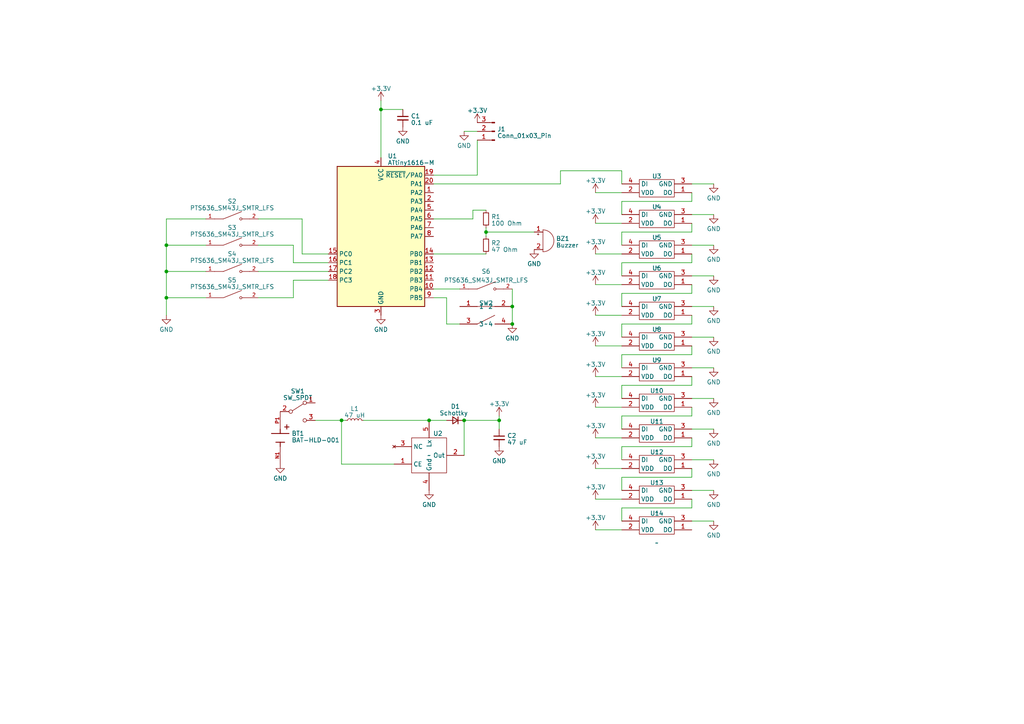
<source format=kicad_sch>
(kicad_sch (version 20230121) (generator eeschema)
  (paper "A4")
  (lib_symbols
    (symbol "BAT-HLD-001:BAT-HLD-001" (pin_names (offset 1.016))
      (property "Reference" "BT" (at -3.81 3.81 0))
      (property "Value" "BAT-HLD-001" (at -3.81 -5.08 0))
      (symbol "BAT-HLD-001_0_0"
        (polyline (pts (xy -3.81 1.905) (xy -2.54 1.905)) (stroke (width 0.254)))
        (polyline (pts (xy -3.175 2.54) (xy -3.175 1.27)) (stroke (width 0.254)))
        (polyline (pts (xy -1.27 0) (xy -2.54 0)) (stroke (width 0.254)))
        (polyline (pts (xy -1.27 0) (xy -1.27 -2.54)) (stroke (width 0.254)))
        (polyline (pts (xy -1.27 2.54) (xy -1.27 0)) (stroke (width 0.254)))
        (polyline (pts (xy 1.27 0) (xy 1.27 -1.27)) (stroke (width 0.254)))
        (polyline (pts (xy 1.27 0) (xy 2.54 0)) (stroke (width 0.254)))
        (polyline (pts (xy 1.27 1.27) (xy 1.27 0)) (stroke (width 0.254)))
        (pin passive line (at 7.62 0 180) (length 5.08) (name "~") (number "N1"))
        (pin passive line (at -7.62 0 0) (length 5.08) (name "~") (number "P1"))
      )
    )
    (symbol "Connector:Conn_01x03_Pin" (pin_names (offset 1.016) hide)
      (property "Reference" "J" (at 0 5.08 0))
      (property "Value" "Conn_01x03_Pin" (at 0 -5.08 0))
      (symbol "Conn_01x03_Pin_1_1"
        (polyline (pts (xy 1.27 -2.54) (xy 0.8636 -2.54)) (stroke (width 0.1524)))
        (polyline (pts (xy 1.27 0) (xy 0.8636 0)) (stroke (width 0.1524)))
        (polyline (pts (xy 1.27 2.54) (xy 0.8636 2.54)) (stroke (width 0.1524)))
        (rectangle (start 0.8636 -2.413) (end 0 -2.667) (stroke (width 0.1524)) (fill (type outline)))
        (rectangle (start 0.8636 0.127) (end 0 -0.127) (stroke (width 0.1524)) (fill (type outline)))
        (rectangle (start 0.8636 2.667) (end 0 2.413) (stroke (width 0.1524)) (fill (type outline)))
        (pin passive line (at 5.08 2.54 180) (length 3.81) (name "Pin_1") (number "1"))
        (pin passive line (at 5.08 0 180) (length 3.81) (name "Pin_2") (number "2"))
        (pin passive line (at 5.08 -2.54 180) (length 3.81) (name "Pin_3") (number "3"))
      )
    )
    (symbol "Device:Buzzer" (pin_names (offset 0.0254) hide)
      (property "Reference" "BZ" (at 3.81 1.27 0))
      (property "Value" "Buzzer" (at 3.81 -1.27 0))
      (symbol "Buzzer_0_1"
        (arc (start 0 -3.175) (mid 3.1612 0) (end 0 3.175))
        (polyline (pts (xy -1.651 1.905) (xy -1.143 1.905)))
        (polyline (pts (xy -1.397 2.159) (xy -1.397 1.651)))
        (polyline (pts (xy 0 3.175) (xy 0 -3.175)))
      )
      (symbol "Buzzer_1_1"
        (pin passive line (at -2.54 2.54 0) (length 2.54) (name "-") (number "1"))
        (pin passive line (at -2.54 -2.54 0) (length 2.54) (name "+") (number "2"))
      )
    )
    (symbol "Device:C_Small" (pin_numbers hide) (pin_names (offset 0.254) hide)
      (property "Reference" "C" (at 0.254 1.778 0))
      (property "Value" "C_Small" (at 0.254 -2.032 0))
      (symbol "C_Small_0_1"
        (polyline (pts (xy -1.524 -0.508) (xy 1.524 -0.508)) (stroke (width 0.3302)))
        (polyline (pts (xy -1.524 0.508) (xy 1.524 0.508)) (stroke (width 0.3048)))
      )
      (symbol "C_Small_1_1"
        (pin passive line (at 0 2.54 270) (length 2.032) (name "~") (number "1"))
        (pin passive line (at 0 -2.54 90) (length 2.032) (name "~") (number "2"))
      )
    )
    (symbol "Device:D_Small" (pin_numbers hide) (pin_names (offset 0.254) hide)
      (property "Reference" "D" (at -1.27 2.032 0))
      (property "Value" "D_Small" (at -3.81 -2.032 0))
      (symbol "D_Small_0_1"
        (polyline (pts (xy -0.762 -1.016) (xy -0.762 1.016)) (stroke (width 0.254)))
        (polyline (pts (xy -0.762 0) (xy 0.762 0)))
        (polyline (pts (xy 0.762 -1.016) (xy -0.762 0) (xy 0.762 1.016) (xy 0.762 -1.016)) (stroke (width 0.254)))
      )
      (symbol "D_Small_1_1"
        (pin passive line (at -2.54 0 0) (length 1.778) (name "K") (number "1"))
        (pin passive line (at 2.54 0 180) (length 1.778) (name "A") (number "2"))
      )
    )
    (symbol "Device:L_Small" (pin_numbers hide) (pin_names (offset 0.254) hide)
      (property "Reference" "L" (at 0.762 1.016 0))
      (property "Value" "L_Small" (at 0.762 -1.016 0))
      (symbol "L_Small_0_1"
        (arc (start 0 -2.032) (mid 0.5058 -1.524) (end 0 -1.016))
        (arc (start 0 -1.016) (mid 0.5058 -0.508) (end 0 0))
        (arc (start 0 0) (mid 0.5058 0.508) (end 0 1.016))
        (arc (start 0 1.016) (mid 0.5058 1.524) (end 0 2.032))
      )
      (symbol "L_Small_1_1"
        (pin passive line (at 0 2.54 270) (length 0.508) (name "~") (number "1"))
        (pin passive line (at 0 -2.54 90) (length 0.508) (name "~") (number "2"))
      )
    )
    (symbol "Device:R_Small" (pin_numbers hide) (pin_names (offset 0.254) hide)
      (property "Reference" "R" (at 0.762 0.508 0))
      (property "Value" "R_Small" (at 0.762 -1.016 0))
      (symbol "R_Small_0_1"
        (rectangle (start -0.762 1.778) (end 0.762 -1.778) (stroke (width 0.2032)))
      )
      (symbol "R_Small_1_1"
        (pin passive line (at 0 2.54 270) (length 0.762) (name "~") (number "1"))
        (pin passive line (at 0 -2.54 90) (length 0.762) (name "~") (number "2"))
      )
    )
    (symbol "MCU_Microchip_ATtiny:ATtiny1616-M"
      (property "Reference" "U" (at -12.7 21.59 0))
      (property "Value" "ATtiny1616-M" (at 2.54 -21.59 0))
      (symbol "ATtiny1616-M_0_1"
        (rectangle (start -12.7 -20.32) (end 12.7 20.32) (stroke (width 0.254)) (fill (type background)))
      )
      (symbol "ATtiny1616-M_1_1"
        (pin bidirectional line (at 15.24 12.7 180) (length 2.54) (name "PA2") (number "1"))
        (pin bidirectional line (at 15.24 -15.24 180) (length 2.54) (name "PB4") (number "10"))
        (pin bidirectional line (at 15.24 -12.7 180) (length 2.54) (name "PB3") (number "11"))
        (pin bidirectional line (at 15.24 -10.16 180) (length 2.54) (name "PB2") (number "12"))
        (pin bidirectional line (at 15.24 -7.62 180) (length 2.54) (name "PB1") (number "13"))
        (pin bidirectional line (at 15.24 -5.08 180) (length 2.54) (name "PB0") (number "14"))
        (pin bidirectional line (at -15.24 -5.08 0) (length 2.54) (name "PC0") (number "15"))
        (pin bidirectional line (at -15.24 -7.62 0) (length 2.54) (name "PC1") (number "16"))
        (pin bidirectional line (at -15.24 -10.16 0) (length 2.54) (name "PC2") (number "17"))
        (pin bidirectional line (at -15.24 -12.7 0) (length 2.54) (name "PC3") (number "18"))
        (pin bidirectional line (at 15.24 17.78 180) (length 2.54) (name "~{RESET}/PA0") (number "19"))
        (pin bidirectional line (at 15.24 10.16 180) (length 2.54) (name "PA3") (number "2"))
        (pin bidirectional line (at 15.24 15.24 180) (length 2.54) (name "PA1") (number "20"))
        (pin passive line (at 0 -22.86 90) (length 2.54) hide (name "GND") (number "21"))
        (pin power_in line (at 0 -22.86 90) (length 2.54) (name "GND") (number "3"))
        (pin power_in line (at 0 22.86 270) (length 2.54) (name "VCC") (number "4"))
        (pin bidirectional line (at 15.24 7.62 180) (length 2.54) (name "PA4") (number "5"))
        (pin bidirectional line (at 15.24 5.08 180) (length 2.54) (name "PA5") (number "6"))
        (pin bidirectional line (at 15.24 2.54 180) (length 2.54) (name "PA6") (number "7"))
        (pin bidirectional line (at 15.24 0 180) (length 2.54) (name "PA7") (number "8"))
        (pin bidirectional line (at 15.24 -17.78 180) (length 2.54) (name "PB5") (number "9"))
      )
    )
    (symbol "ME2108C33M5G:ME2108C33M5G_"
      (property "Reference" "U" (at 2.54 6.35 0))
      (symbol "ME2108C33M5G__0_1"
        (rectangle (start -5.08 5.08) (end 5.08 -5.08))
      )
      (symbol "ME2108C33M5G__1_1"
        (pin input line (at -10.16 -2.54 0) (length 5.08) (name "CE") (number "1"))
        (pin output line (at 10.16 0 180) (length 5.08) (name "Out") (number "2"))
        (pin no_connect line (at -10.16 2.54 0) (length 5.08) (name "NC") (number "3"))
        (pin power_in line (at 0 -10.16 90) (length 5.08) (name "Gnd") (number "4"))
        (pin input line (at 0 10.16 270) (length 5.08) (name "Lx") (number "5"))
      )
    )
    (symbol "Switch:SW_SPDT" (pin_names (offset 0) hide)
      (property "Reference" "SW" (at 0 4.318 0))
      (property "Value" "SW_SPDT" (at 0 -5.08 0))
      (symbol "SW_SPDT_0_0"
        (circle (center -2.032 0) (radius 0.508))
        (circle (center 2.032 -2.54) (radius 0.508))
      )
      (symbol "SW_SPDT_0_1"
        (polyline (pts (xy -1.524 0.254) (xy 1.651 2.286)))
        (circle (center 2.032 2.54) (radius 0.508))
      )
      (symbol "SW_SPDT_1_1"
        (pin passive line (at 5.08 2.54 180) (length 2.54) (name "A") (number "1"))
        (pin passive line (at -5.08 0 0) (length 2.54) (name "B") (number "2"))
        (pin passive line (at 5.08 -2.54 180) (length 2.54) (name "C") (number "3"))
      )
    )
    (symbol "TM-1627A:TM-1627A"
      (property "Reference" "SW" (at 0 8.89 0))
      (symbol "TM-1627A_0_1"
        (polyline (pts (xy -2.54 0) (xy 2.54 2.54)))
        (polyline (pts (xy -2.54 5.08) (xy 2.54 5.08)))
      )
      (symbol "TM-1627A_1_1"
        (pin bidirectional line (at -7.62 5.08 0) (length 5.08) (name "1") (number "1"))
        (pin bidirectional line (at 7.62 5.08 180) (length 5.08) (name "2") (number "2"))
        (pin bidirectional line (at -7.62 0 0) (length 5.08) (name "3") (number "3"))
        (pin bidirectional line (at 7.62 0 180) (length 5.08) (name "4") (number "4"))
      )
    )
    (symbol "TS-1101-C-W:PTS636_SM43J_SMTR_LFS" (pin_names (offset 1.016) hide)
      (property "Reference" "S" (at -2.54 2.54 0))
      (property "Value" "PTS636_SM43J_SMTR_LFS" (at -2.54 -2.54 0))
      (symbol "PTS636_SM43J_SMTR_LFS_0_0"
        (polyline (pts (xy -2.54 0) (xy -5.08 0)) (stroke (width 0.1524)))
        (polyline (pts (xy -2.54 0) (xy 2.794 2.1336)) (stroke (width 0.1524)))
        (polyline (pts (xy 5.08 0) (xy 2.921 0)) (stroke (width 0.1524)))
        (circle (center 2.54 0) (radius 0.3302) (stroke (width 0.1524)))
        (pin passive line (at -7.62 0 0) (length 2.54) (name "~") (number "1"))
        (pin passive line (at 7.62 0 180) (length 2.54) (name "~") (number "2"))
      )
    )
    (symbol "power:+3.3V" (power) (pin_names (offset 0))
      (property "Value" "+3.3V" (at 0 3.556 0))
      (symbol "+3.3V_0_1"
        (polyline (pts (xy -0.762 1.27) (xy 0 2.54)))
        (polyline (pts (xy 0 0) (xy 0 2.54)))
        (polyline (pts (xy 0 2.54) (xy 0.762 1.27)))
      )
      (symbol "+3.3V_1_1"
        (pin power_in line (at 0 0 90) (length 0) hide (name "+3.3V") (number "1"))
      )
    )
    (symbol "power:GND" (power) (pin_names (offset 0))
      (property "Value" "GND" (at 0 -3.81 0))
      (symbol "GND_0_1"
        (polyline (pts (xy 0 0) (xy 0 -1.27) (xy 1.27 -1.27) (xy 0 -2.54) (xy -1.27 -1.27) (xy 0 -1.27)))
      )
      (symbol "GND_1_1"
        (pin power_in line (at 0 0 270) (length 0) hide (name "GND") (number "1"))
      )
    )
    (symbol "ws2812b-1010:ws2812b-1010"
      (property "Reference" "U" (at 0 5.08 0))
      (symbol "ws2812b-1010_0_1"
        (rectangle (start -5.08 2.54) (end 5.08 -2.54))
      )
      (symbol "ws2812b-1010_1_1"
        (pin output line (at -10.16 1.27 0) (length 5.08) (name "DO") (number "1"))
        (pin power_in line (at 10.16 1.27 180) (length 5.08) (name "VDD") (number "2"))
        (pin power_in line (at -10.16 -1.27 0) (length 5.08) (name "GND") (number "3"))
        (pin input line (at 10.16 -1.27 180) (length 5.08) (name "DI") (number "4"))
      )
    )
  )
  (junction (at 48.26 86.36))
  (junction (at 144.78 121.92))
  (junction (at 48.26 78.74))
  (junction (at 110.49 31.75))
  (junction (at 48.26 71.12))
  (junction (at 140.97 67.31))
  (junction (at 148.59 93.98))
  (junction (at 124.46 121.92))
  (junction (at 134.62 121.92))
  (junction (at 99.06 121.92))
  (junction (at 148.59 88.9))
  (wire (pts (xy 180.34 120.65) (xy 200.66 120.65)))
  (wire (pts (xy 200.66 147.32) (xy 200.66 144.78)))
  (wire (pts (xy 162.56 49.53) (xy 180.34 49.53)))
  (wire (pts (xy 48.26 86.36) (xy 48.26 91.44)))
  (wire (pts (xy 200.66 85.09) (xy 200.66 82.55)))
  (wire (pts (xy 180.34 85.09) (xy 200.66 85.09)))
  (wire (pts (xy 180.34 151.13) (xy 180.34 147.32)))
  (wire (pts (xy 200.66 88.9) (xy 207.01 88.9)))
  (wire (pts (xy 48.26 78.74) (xy 59.69 78.74)))
  (wire (pts (xy 200.66 142.24) (xy 207.01 142.24)))
  (wire (pts (xy 99.06 134.62) (xy 99.06 121.92)))
  (wire (pts (xy 87.63 63.5) (xy 87.63 73.66)))
  (wire (pts (xy 125.73 86.36) (xy 129.54 86.36)))
  (wire (pts (xy 140.97 67.31) (xy 140.97 66.04)))
  (wire (pts (xy 59.69 63.5) (xy 48.26 63.5)))
  (wire (pts (xy 180.34 67.31) (xy 200.66 67.31)))
  (wire (pts (xy 85.09 76.2) (xy 95.25 76.2)))
  (wire (pts (xy 180.34 147.32) (xy 200.66 147.32)))
  (wire (pts (xy 162.56 53.34) (xy 162.56 49.53)))
  (wire (pts (xy 148.59 88.9) (xy 148.59 93.98)))
  (wire (pts (xy 140.97 67.31) (xy 140.97 68.58)))
  (wire (pts (xy 114.3 134.62) (xy 99.06 134.62)))
  (wire (pts (xy 172.72 73.66) (xy 180.34 73.66)))
  (wire (pts (xy 200.66 58.42) (xy 200.66 55.88)))
  (wire (pts (xy 180.34 58.42) (xy 200.66 58.42)))
  (wire (pts (xy 200.66 138.43) (xy 200.66 135.89)))
  (wire (pts (xy 200.66 133.35) (xy 207.01 133.35)))
  (wire (pts (xy 48.26 78.74) (xy 48.26 86.36)))
  (wire (pts (xy 110.49 29.21) (xy 110.49 31.75)))
  (wire (pts (xy 180.34 133.35) (xy 180.34 129.54)))
  (wire (pts (xy 125.73 50.8) (xy 138.43 50.8)))
  (wire (pts (xy 180.34 102.87) (xy 200.66 102.87)))
  (wire (pts (xy 140.97 67.31) (xy 154.94 67.31)))
  (wire (pts (xy 180.34 106.68) (xy 180.34 102.87)))
  (wire (pts (xy 180.34 115.57) (xy 180.34 111.76)))
  (wire (pts (xy 148.59 83.82) (xy 148.59 88.9)))
  (wire (pts (xy 138.43 50.8) (xy 138.43 40.64)))
  (wire (pts (xy 125.73 83.82) (xy 133.35 83.82)))
  (wire (pts (xy 48.26 71.12) (xy 48.26 78.74)))
  (wire (pts (xy 85.09 81.28) (xy 95.25 81.28)))
  (wire (pts (xy 200.66 111.76) (xy 200.66 109.22)))
  (wire (pts (xy 200.66 93.98) (xy 200.66 91.44)))
  (wire (pts (xy 137.16 63.5) (xy 137.16 60.96)))
  (wire (pts (xy 180.34 76.2) (xy 200.66 76.2)))
  (wire (pts (xy 172.72 64.77) (xy 180.34 64.77)))
  (wire (pts (xy 200.66 115.57) (xy 207.01 115.57)))
  (wire (pts (xy 200.66 67.31) (xy 200.66 64.77)))
  (wire (pts (xy 125.73 73.66) (xy 140.97 73.66)))
  (wire (pts (xy 180.34 142.24) (xy 180.34 138.43)))
  (wire (pts (xy 134.62 121.92) (xy 134.62 132.08)))
  (wire (pts (xy 172.72 127) (xy 180.34 127)))
  (wire (pts (xy 172.72 118.11) (xy 180.34 118.11)))
  (wire (pts (xy 200.66 71.12) (xy 207.01 71.12)))
  (wire (pts (xy 99.06 121.92) (xy 100.33 121.92)))
  (wire (pts (xy 85.09 71.12) (xy 85.09 76.2)))
  (wire (pts (xy 125.73 63.5) (xy 137.16 63.5)))
  (wire (pts (xy 200.66 151.13) (xy 207.01 151.13)))
  (wire (pts (xy 172.72 91.44) (xy 180.34 91.44)))
  (wire (pts (xy 180.34 129.54) (xy 200.66 129.54)))
  (wire (pts (xy 172.72 135.89) (xy 180.34 135.89)))
  (wire (pts (xy 172.72 144.78) (xy 180.34 144.78)))
  (wire (pts (xy 137.16 60.96) (xy 140.97 60.96)))
  (wire (pts (xy 172.72 153.67) (xy 180.34 153.67)))
  (wire (pts (xy 200.66 80.01) (xy 207.01 80.01)))
  (wire (pts (xy 172.72 55.88) (xy 180.34 55.88)))
  (wire (pts (xy 180.34 124.46) (xy 180.34 120.65)))
  (wire (pts (xy 74.93 71.12) (xy 85.09 71.12)))
  (wire (pts (xy 74.93 86.36) (xy 85.09 86.36)))
  (wire (pts (xy 200.66 129.54) (xy 200.66 127)))
  (wire (pts (xy 200.66 76.2) (xy 200.66 73.66)))
  (wire (pts (xy 180.34 88.9) (xy 180.34 85.09)))
  (wire (pts (xy 172.72 100.33) (xy 180.34 100.33)))
  (wire (pts (xy 124.46 121.92) (xy 129.54 121.92)))
  (wire (pts (xy 87.63 73.66) (xy 95.25 73.66)))
  (wire (pts (xy 129.54 93.98) (xy 133.35 93.98)))
  (wire (pts (xy 91.44 121.92) (xy 99.06 121.92)))
  (wire (pts (xy 180.34 49.53) (xy 180.34 53.34)))
  (wire (pts (xy 110.49 31.75) (xy 116.84 31.75)))
  (wire (pts (xy 129.54 86.36) (xy 129.54 93.98)))
  (wire (pts (xy 180.34 138.43) (xy 200.66 138.43)))
  (wire (pts (xy 144.78 120.65) (xy 144.78 121.92)))
  (wire (pts (xy 85.09 86.36) (xy 85.09 81.28)))
  (wire (pts (xy 200.66 102.87) (xy 200.66 100.33)))
  (wire (pts (xy 180.34 80.01) (xy 180.34 76.2)))
  (wire (pts (xy 172.72 82.55) (xy 180.34 82.55)))
  (wire (pts (xy 74.93 63.5) (xy 87.63 63.5)))
  (wire (pts (xy 180.34 93.98) (xy 200.66 93.98)))
  (wire (pts (xy 105.41 121.92) (xy 124.46 121.92)))
  (wire (pts (xy 180.34 71.12) (xy 180.34 67.31)))
  (wire (pts (xy 200.66 62.23) (xy 207.01 62.23)))
  (wire (pts (xy 134.62 121.92) (xy 144.78 121.92)))
  (wire (pts (xy 172.72 109.22) (xy 180.34 109.22)))
  (wire (pts (xy 125.73 53.34) (xy 162.56 53.34)))
  (wire (pts (xy 134.62 38.1) (xy 138.43 38.1)))
  (wire (pts (xy 110.49 31.75) (xy 110.49 45.72)))
  (wire (pts (xy 48.26 71.12) (xy 59.69 71.12)))
  (wire (pts (xy 144.78 121.92) (xy 144.78 124.46)))
  (wire (pts (xy 200.66 120.65) (xy 200.66 118.11)))
  (wire (pts (xy 200.66 53.34) (xy 207.01 53.34)))
  (wire (pts (xy 200.66 97.79) (xy 207.01 97.79)))
  (wire (pts (xy 48.26 86.36) (xy 59.69 86.36)))
  (wire (pts (xy 200.66 106.68) (xy 207.01 106.68)))
  (wire (pts (xy 200.66 124.46) (xy 207.01 124.46)))
  (wire (pts (xy 48.26 63.5) (xy 48.26 71.12)))
  (wire (pts (xy 74.93 78.74) (xy 95.25 78.74)))
  (wire (pts (xy 180.34 62.23) (xy 180.34 58.42)))
  (wire (pts (xy 180.34 111.76) (xy 200.66 111.76)))
  (wire (pts (xy 180.34 97.79) (xy 180.34 93.98)))
  (symbol (lib_id "power:GND") (at 110.49 91.44 0) (unit 1)
    (property "Reference" "#PWR08" (effects hide))
    (property "Value" "GND" (at 110.49 95.5755 0))
  )
  (symbol (lib_id "power:GND") (at 207.01 124.46 0) (unit 1)
    (property "Reference" "#PWR026" (effects hide))
    (property "Value" "GND" (at 207.01 128.5955 0))
  )
  (symbol (lib_id "MCU_Microchip_ATtiny:ATtiny1616-M") (at 110.49 68.58 0) (unit 1)
    (property "Reference" "U1" (at 112.4459 45.2501 0) (effects (justify left)))
    (property "Value" "ATtiny1616-M" (at 112.4459 47.1711 0) (effects (justify left)))
    (property "Footprint" "Package_DFN_QFN:VQFN-20-1EP_3x3mm_P0.4mm_EP1.7x1.7mm" (effects hide))
    (property "Datasheet" "http://ww1.microchip.com/downloads/en/DeviceDoc/ATtiny3216_ATtiny1616-data-sheet-40001997B.pdf" (effects hide))
  )
  (symbol (lib_id "power:+3.3V") (at 172.72 100.33 0) (unit 1)
    (property "Reference" "#PWR021" (effects hide))
    (property "Value" "+3.3V" (at 172.72 96.8281 0))
  )
  (symbol (lib_id "TS-1101-C-W:PTS636_SM43J_SMTR_LFS") (at 67.31 63.5 0) (unit 1)
    (property "Reference" "S2" (at 67.31 58.4073 0))
    (property "Value" "PTS636_SM43J_SMTR_LFS" (at 67.31 60.3283 0))
    (property "Footprint" "TS-1101-C-W:SW_PTS636_SM43J_SMTR_LFS" (effects hide))
    (property "MAXIMUM_PACKAGE_HEIGHT" "4.3 mm" (effects hide))
    (property "STANDARD" "Manufacturer Recommendations" (effects hide))
    (property "PARTREV" "27 mar 19" (effects hide))
    (property "MANUFACTURER" "C&K" (effects hide))
  )
  (symbol (lib_id "ws2812b-1010:ws2812b-1010") (at 190.5 63.5 180) (unit 1)
    (property "Reference" "U4" (at 190.5 59.9981 0))
    (property "Value" "~" (at 190.5 68.58 0))
    (property "Footprint" "ws2812b-1010:ws2812b-1010" (effects hide))
  )
  (symbol (lib_id "power:GND") (at 207.01 88.9 0) (unit 1)
    (property "Reference" "#PWR018" (effects hide))
    (property "Value" "GND" (at 207.01 93.0355 0))
  )
  (symbol (lib_id "TS-1101-C-W:PTS636_SM43J_SMTR_LFS") (at 140.97 83.82 0) (unit 1)
    (property "Reference" "S6" (at 140.97 78.7273 0))
    (property "Value" "PTS636_SM43J_SMTR_LFS" (at 140.97 81.28 0))
    (property "Footprint" "TS-1101-C-W:SW_PTS636_SM43J_SMTR_LFS" (effects hide))
    (property "MAXIMUM_PACKAGE_HEIGHT" "4.3 mm" (effects hide))
    (property "STANDARD" "Manufacturer Recommendations" (effects hide))
    (property "PARTREV" "27 mar 19" (effects hide))
    (property "MANUFACTURER" "C&K" (effects hide))
  )
  (symbol (lib_id "power:GND") (at 116.84 36.83 0) (unit 1)
    (property "Reference" "#PWR05" (effects hide))
    (property "Value" "GND" (at 116.84 40.9655 0))
  )
  (symbol (lib_id "TS-1101-C-W:PTS636_SM43J_SMTR_LFS") (at 67.31 86.36 0) (unit 1)
    (property "Reference" "S5" (at 67.31 81.2673 0))
    (property "Value" "PTS636_SM43J_SMTR_LFS" (at 67.31 83.1883 0))
    (property "Footprint" "TS-1101-C-W:SW_PTS636_SM43J_SMTR_LFS" (effects hide))
    (property "MAXIMUM_PACKAGE_HEIGHT" "4.3 mm" (effects hide))
    (property "STANDARD" "Manufacturer Recommendations" (effects hide))
    (property "PARTREV" "27 mar 19" (effects hide))
    (property "MANUFACTURER" "C&K" (effects hide))
  )
  (symbol (lib_id "power:+3.3V") (at 172.72 118.11 0) (unit 1)
    (property "Reference" "#PWR025" (effects hide))
    (property "Value" "+3.3V" (at 172.72 114.6081 0))
  )
  (symbol (lib_id "Switch:SW_SPDT") (at 86.36 119.38 0) (unit 1)
    (property "Reference" "SW1" (at 86.36 113.4491 0))
    (property "Value" "SW_SPDT" (at 86.36 115.3701 0))
    (property "Footprint" "MSS3-V-T/TA-3524A-A1-W:MSS3VTR" (effects hide))
  )
  (symbol (lib_id "Device:D_Small") (at 132.08 121.92 180) (unit 1)
    (property "Reference" "D1" (at 132.08 117.8941 0))
    (property "Value" "Schottky " (at 132.08 119.8151 0))
    (property "Footprint" "Diode_SMD:D_SOD-323" (effects hide))
    (property "Sim.Device" "D" (effects hide))
    (property "Sim.Pins" "1=K 2=A" (effects hide))
  )
  (symbol (lib_id "power:+3.3V") (at 138.43 35.56 0) (unit 1)
    (property "Reference" "#PWR035" (effects hide))
    (property "Value" "+3.3V" (at 138.43 32.0581 0))
  )
  (symbol (lib_id "ws2812b-1010:ws2812b-1010") (at 190.5 143.51 180) (unit 1)
    (property "Reference" "U13" (at 190.5 140.0081 0))
    (property "Value" "~" (at 190.5 148.59 0))
    (property "Footprint" "ws2812b-1010:ws2812b-1010" (effects hide))
  )
  (symbol (lib_id "Device:R_Small") (at 140.97 71.12 0) (unit 1)
    (property "Reference" "R2" (at 142.4686 70.4763 0) (effects (justify left)))
    (property "Value" "47 Ohm" (at 142.4686 72.3973 0) (effects (justify left)))
    (property "Footprint" "Resistor_SMD:R_0603_1608Metric" (effects hide))
  )
  (symbol (lib_id "ws2812b-1010:ws2812b-1010") (at 190.5 90.17 180) (unit 1)
    (property "Reference" "U7" (at 190.5 86.6681 0))
    (property "Value" "~" (at 190.5 95.25 0))
    (property "Footprint" "ws2812b-1010:ws2812b-1010" (effects hide))
  )
  (symbol (lib_id "power:+3.3V") (at 172.72 91.44 0) (unit 1)
    (property "Reference" "#PWR019" (effects hide))
    (property "Value" "+3.3V" (at 172.72 87.9381 0))
  )
  (symbol (lib_id "power:+3.3V") (at 172.72 144.78 0) (unit 1)
    (property "Reference" "#PWR031" (effects hide))
    (property "Value" "+3.3V" (at 172.72 141.2781 0))
  )
  (symbol (lib_id "Device:C_Small") (at 144.78 127 0) (unit 1)
    (property "Reference" "C2" (at 147.1041 126.3626 0) (effects (justify left)))
    (property "Value" "47 uF" (at 147.1041 128.2836 0) (effects (justify left)))
    (property "Footprint" "Capacitor_Tantalum_SMD:CP_EIA-3528-21_Kemet-B" (effects hide))
  )
  (symbol (lib_id "power:GND") (at 207.01 142.24 0) (unit 1)
    (property "Reference" "#PWR030" (effects hide))
    (property "Value" "GND" (at 207.01 146.3755 0))
  )
  (symbol (lib_id "power:GND") (at 48.26 91.44 0) (unit 1)
    (property "Reference" "#PWR07" (effects hide))
    (property "Value" "GND" (at 48.26 95.5755 0))
  )
  (symbol (lib_id "power:+3.3V") (at 172.72 135.89 0) (unit 1)
    (property "Reference" "#PWR029" (effects hide))
    (property "Value" "+3.3V" (at 172.72 132.3881 0))
  )
  (symbol (lib_id "ws2812b-1010:ws2812b-1010") (at 190.5 125.73 180) (unit 1)
    (property "Reference" "U11" (at 190.5 122.2281 0))
    (property "Value" "~" (at 190.5 130.81 0))
    (property "Footprint" "ws2812b-1010:ws2812b-1010" (effects hide))
  )
  (symbol (lib_id "power:GND") (at 207.01 115.57 0) (unit 1)
    (property "Reference" "#PWR024" (effects hide))
    (property "Value" "GND" (at 207.01 119.7055 0))
  )
  (symbol (lib_id "power:GND") (at 207.01 71.12 0) (unit 1)
    (property "Reference" "#PWR014" (effects hide))
    (property "Value" "GND" (at 207.01 75.2555 0))
  )
  (symbol (lib_id "ws2812b-1010:ws2812b-1010") (at 190.5 152.4 180) (unit 1)
    (property "Reference" "U14" (at 190.5 148.8981 0))
    (property "Value" "~" (at 190.5 157.48 0))
    (property "Footprint" "ws2812b-1010:ws2812b-1010" (effects hide))
  )
  (symbol (lib_id "power:GND") (at 81.28 134.62 0) (unit 1)
    (property "Reference" "#PWR01" (effects hide))
    (property "Value" "GND" (at 81.28 138.7555 0))
  )
  (symbol (lib_id "ws2812b-1010:ws2812b-1010") (at 190.5 54.61 180) (unit 1)
    (property "Reference" "U3" (at 190.5 51.1081 0))
    (property "Value" "~" (at 190.5 59.69 0))
    (property "Footprint" "ws2812b-1010:ws2812b-1010" (effects hide))
  )
  (symbol (lib_id "ws2812b-1010:ws2812b-1010") (at 190.5 107.95 180) (unit 1)
    (property "Reference" "U9" (at 190.5 104.4481 0))
    (property "Value" "~" (at 190.5 113.03 0))
    (property "Footprint" "ws2812b-1010:ws2812b-1010" (effects hide))
  )
  (symbol (lib_id "power:GND") (at 207.01 53.34 0) (unit 1)
    (property "Reference" "#PWR010" (effects hide))
    (property "Value" "GND" (at 207.01 57.4755 0))
  )
  (symbol (lib_id "power:+3.3V") (at 172.72 64.77 0) (unit 1)
    (property "Reference" "#PWR013" (effects hide))
    (property "Value" "+3.3V" (at 172.72 61.2681 0))
  )
  (symbol (lib_id "power:GND") (at 154.94 72.39 0) (unit 1)
    (property "Reference" "#PWR09" (effects hide))
    (property "Value" "GND" (at 154.94 76.5255 0))
  )
  (symbol (lib_id "TS-1101-C-W:PTS636_SM43J_SMTR_LFS") (at 67.31 71.12 0) (unit 1)
    (property "Reference" "S3" (at 67.31 66.0273 0))
    (property "Value" "PTS636_SM43J_SMTR_LFS" (at 67.31 67.9483 0))
    (property "Footprint" "TS-1101-C-W:SW_PTS636_SM43J_SMTR_LFS" (effects hide))
    (property "MAXIMUM_PACKAGE_HEIGHT" "4.3 mm" (effects hide))
    (property "STANDARD" "Manufacturer Recommendations" (effects hide))
    (property "PARTREV" "27 mar 19" (effects hide))
    (property "MANUFACTURER" "C&K" (effects hide))
  )
  (symbol (lib_id "power:GND") (at 207.01 80.01 0) (unit 1)
    (property "Reference" "#PWR016" (effects hide))
    (property "Value" "GND" (at 207.01 84.1455 0))
  )
  (symbol (lib_id "power:GND") (at 134.62 38.1 0) (unit 1)
    (property "Reference" "#PWR036" (effects hide))
    (property "Value" "GND" (at 134.62 42.2355 0))
  )
  (symbol (lib_id "ws2812b-1010:ws2812b-1010") (at 190.5 99.06 180) (unit 1)
    (property "Reference" "U8" (at 190.5 95.5581 0))
    (property "Value" "~" (at 190.5 104.14 0))
    (property "Footprint" "ws2812b-1010:ws2812b-1010" (effects hide))
  )
  (symbol (lib_id "Connector:Conn_01x03_Pin") (at 143.51 38.1 180) (unit 1)
    (property "Reference" "J1" (at 144.2212 37.4563 0) (effects (justify right)))
    (property "Value" "Conn_01x03_Pin" (at 144.2212 39.3773 0) (effects (justify right)))
    (property "Footprint" "Connector_PinHeader_2.54mm:PinHeader_1x03_P2.54mm_Vertical" (effects hide))
  )
  (symbol (lib_id "ws2812b-1010:ws2812b-1010") (at 190.5 81.28 180) (unit 1)
    (property "Reference" "U6" (at 190.5 77.7781 0))
    (property "Value" "~" (at 190.5 86.36 0))
    (property "Footprint" "ws2812b-1010:ws2812b-1010" (effects hide))
  )
  (symbol (lib_id "TM-1627A:TM-1627A") (at 140.97 93.98 0) (unit 1)
    (property "Reference" "SW2" (at 140.97 87.9381 0))
    (property "Value" "~" (at 140.97 93.98 0))
    (property "Footprint" "TM-1627A:TM-1627A" (effects hide))
  )
  (symbol (lib_id "Device:L_Small") (at 102.87 121.92 90) (unit 1)
    (property "Reference" "L1" (at 102.87 118.5313 90))
    (property "Value" "47 uH" (at 102.87 120.4523 90))
    (property "Footprint" "Inductor_SMD:L_0805_2012Metric" (effects hide))
  )
  (symbol (lib_id "power:+3.3V") (at 172.72 127 0) (unit 1)
    (property "Reference" "#PWR027" (effects hide))
    (property "Value" "+3.3V" (at 172.72 123.4981 0))
  )
  (symbol (lib_id "ws2812b-1010:ws2812b-1010") (at 190.5 134.62 180) (unit 1)
    (property "Reference" "U12" (at 190.5 131.1181 0))
    (property "Value" "~" (at 190.5 139.7 0))
    (property "Footprint" "ws2812b-1010:ws2812b-1010" (effects hide))
  )
  (symbol (lib_id "power:+3.3V") (at 110.49 29.21 0) (unit 1)
    (property "Reference" "#PWR06" (effects hide))
    (property "Value" "+3.3V" (at 110.49 25.7081 0))
  )
  (symbol (lib_id "power:+3.3V") (at 172.72 153.67 0) (unit 1)
    (property "Reference" "#PWR033" (effects hide))
    (property "Value" "+3.3V" (at 172.72 150.1681 0))
  )
  (symbol (lib_id "power:GND") (at 207.01 62.23 0) (unit 1)
    (property "Reference" "#PWR012" (effects hide))
    (property "Value" "GND" (at 207.01 66.3655 0))
  )
  (symbol (lib_id "ws2812b-1010:ws2812b-1010") (at 190.5 72.39 180) (unit 1)
    (property "Reference" "U5" (at 190.5 68.8881 0))
    (property "Value" "~" (at 190.5 77.47 0))
    (property "Footprint" "ws2812b-1010:ws2812b-1010" (effects hide))
  )
  (symbol (lib_id "power:GND") (at 207.01 97.79 0) (unit 1)
    (property "Reference" "#PWR020" (effects hide))
    (property "Value" "GND" (at 207.01 101.9255 0))
  )
  (symbol (lib_id "power:+3.3V") (at 172.72 55.88 0) (unit 1)
    (property "Reference" "#PWR011" (effects hide))
    (property "Value" "+3.3V" (at 172.72 52.3781 0))
  )
  (symbol (lib_id "power:GND") (at 148.59 93.98 0) (unit 1)
    (property "Reference" "#PWR034" (effects hide))
    (property "Value" "GND" (at 148.59 98.1155 0))
  )
  (symbol (lib_id "power:GND") (at 207.01 133.35 0) (unit 1)
    (property "Reference" "#PWR028" (effects hide))
    (property "Value" "GND" (at 207.01 137.4855 0))
  )
  (symbol (lib_id "Device:C_Small") (at 116.84 34.29 0) (unit 1)
    (property "Reference" "C1" (at 119.1641 33.6526 0) (effects (justify left)))
    (property "Value" "0.1 uF" (at 119.1641 35.5736 0) (effects (justify left)))
    (property "Footprint" "Capacitor_SMD:C_0603_1608Metric" (effects hide))
  )
  (symbol (lib_id "TS-1101-C-W:PTS636_SM43J_SMTR_LFS") (at 67.31 78.74 0) (unit 1)
    (property "Reference" "S4" (at 67.31 73.6473 0))
    (property "Value" "PTS636_SM43J_SMTR_LFS" (at 67.31 75.5683 0))
    (property "Footprint" "TS-1101-C-W:SW_PTS636_SM43J_SMTR_LFS" (effects hide))
    (property "MAXIMUM_PACKAGE_HEIGHT" "4.3 mm" (effects hide))
    (property "STANDARD" "Manufacturer Recommendations" (effects hide))
    (property "PARTREV" "27 mar 19" (effects hide))
    (property "MANUFACTURER" "C&K" (effects hide))
  )
  (symbol (lib_id "power:GND") (at 207.01 151.13 0) (unit 1)
    (property "Reference" "#PWR032" (effects hide))
    (property "Value" "GND" (at 207.01 155.2655 0))
  )
  (symbol (lib_id "power:GND") (at 144.78 129.54 0) (unit 1)
    (property "Reference" "#PWR04" (effects hide))
    (property "Value" "GND" (at 144.78 133.6755 0))
  )
  (symbol (lib_id "ME2108C33M5G:ME2108C33M5G_") (at 124.46 132.08 0) (unit 1)
    (property "Reference" "U2" (at 127 125.73 0))
    (property "Value" "~" (at 124.46 132.08 0))
    (property "Footprint" "Package_TO_SOT_SMD:SOT-23-5" (effects hide))
  )
  (symbol (lib_id "power:+3.3V") (at 172.72 82.55 0) (unit 1)
    (property "Reference" "#PWR017" (effects hide))
    (property "Value" "+3.3V" (at 172.72 79.0481 0))
  )
  (symbol (lib_id "BAT-HLD-001:BAT-HLD-001") (at 81.28 127 270) (unit 1)
    (property "Reference" "BT1" (at 84.582 125.7213 90) (effects (justify left)))
    (property "Value" "BAT-HLD-001" (at 84.582 127.6423 90) (effects (justify left)))
    (property "Footprint" "BAT-HLD-001:BAT_BAT-HLD-001" (effects hide))
    (property "PARTREV" "C" (effects hide))
    (property "STANDARD" "Manufacturer Recommendations" (effects hide))
    (property "MAXIMUM_PACKAGE_HEIGHT" "4.2 mm" (effects hide))
    (property "MANUFACTURER" "Linx Technologies" (effects hide))
  )
  (symbol (lib_id "Device:Buzzer") (at 157.48 69.85 0) (unit 1)
    (property "Reference" "BZ1" (at 161.2762 69.2063 0) (effects (justify left)))
    (property "Value" "Buzzer" (at 161.2762 71.1273 0) (effects (justify left)))
    (property "Footprint" "GSC1031YB-3V4000:GSC1031YB-3V4000" (effects hide))
  )
  (symbol (lib_id "power:+3.3V") (at 172.72 73.66 0) (unit 1)
    (property "Reference" "#PWR015" (effects hide))
    (property "Value" "+3.3V" (at 172.72 70.1581 0))
  )
  (symbol (lib_id "power:+3.3V") (at 144.78 120.65 0) (unit 1)
    (property "Reference" "#PWR03" (effects hide))
    (property "Value" "+3.3V" (at 144.78 117.1481 0))
  )
  (symbol (lib_id "Device:R_Small") (at 140.97 63.5 0) (unit 1)
    (property "Reference" "R1" (at 142.4686 62.8563 0) (effects (justify left)))
    (property "Value" "100 Ohm" (at 142.4686 64.7773 0) (effects (justify left)))
    (property "Footprint" "Resistor_SMD:R_0603_1608Metric" (effects hide))
  )
  (symbol (lib_id "ws2812b-1010:ws2812b-1010") (at 190.5 116.84 180) (unit 1)
    (property "Reference" "U10" (at 190.5 113.3381 0))
    (property "Value" "~" (at 190.5 121.92 0))
    (property "Footprint" "ws2812b-1010:ws2812b-1010" (effects hide))
  )
  (symbol (lib_id "power:GND") (at 124.46 142.24 0) (unit 1)
    (property "Reference" "#PWR02" (effects hide))
    (property "Value" "GND" (at 124.46 146.3755 0))
  )
  (symbol (lib_id "power:+3.3V") (at 172.72 109.22 0) (unit 1)
    (property "Reference" "#PWR023" (effects hide))
    (property "Value" "+3.3V" (at 172.72 105.7181 0))
  )
  (symbol (lib_id "power:GND") (at 207.01 106.68 0) (unit 1)
    (property "Reference" "#PWR022" (effects hide))
    (property "Value" "GND" (at 207.01 110.8155 0))
  )
)
</source>
